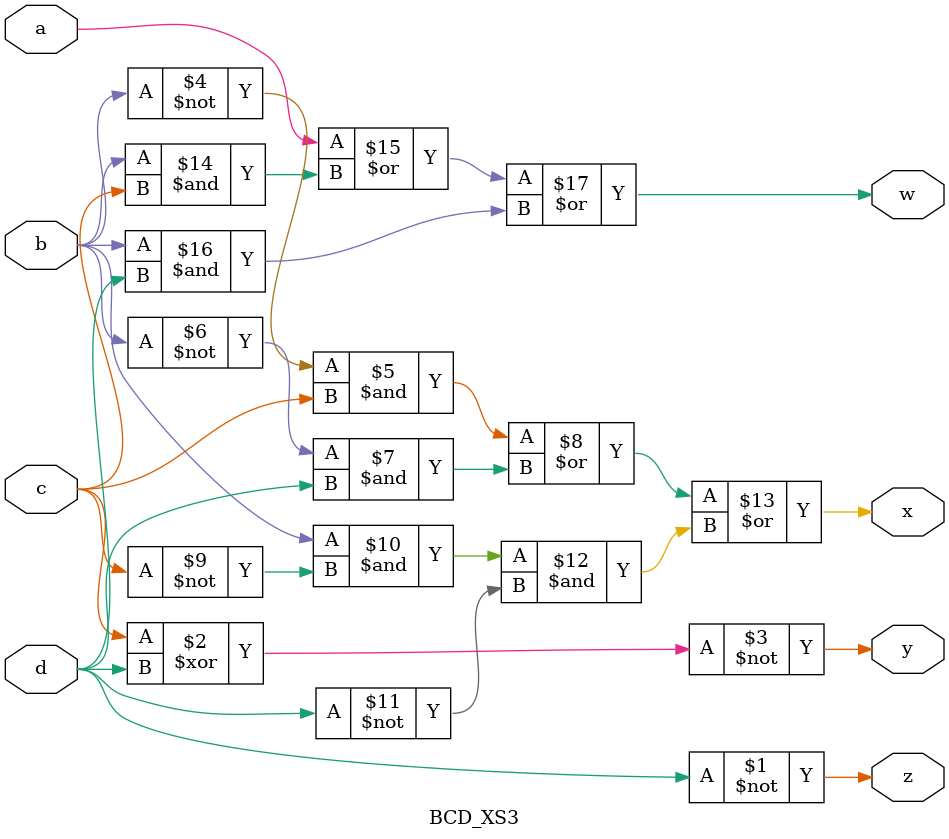
<source format=v>
module BCD_XS3(input a,b,c,d ,output w,x,y,z);
  assign z = ~d;
  assign y = ~(c^d);
  assign x = (~b & c)|(~b & d)|(b & ~c & ~d);
  assign w = a | b&c | b&d;
endmodule

</source>
